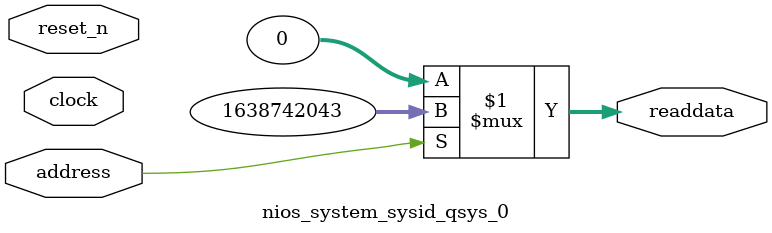
<source format=v>



// synthesis translate_off
`timescale 1ns / 1ps
// synthesis translate_on

// turn off superfluous verilog processor warnings 
// altera message_level Level1 
// altera message_off 10034 10035 10036 10037 10230 10240 10030 

module nios_system_sysid_qsys_0 (
               // inputs:
                address,
                clock,
                reset_n,

               // outputs:
                readdata
             )
;

  output  [ 31: 0] readdata;
  input            address;
  input            clock;
  input            reset_n;

  wire    [ 31: 0] readdata;
  //control_slave, which is an e_avalon_slave
  assign readdata = address ? 1638742043 : 0;

endmodule



</source>
